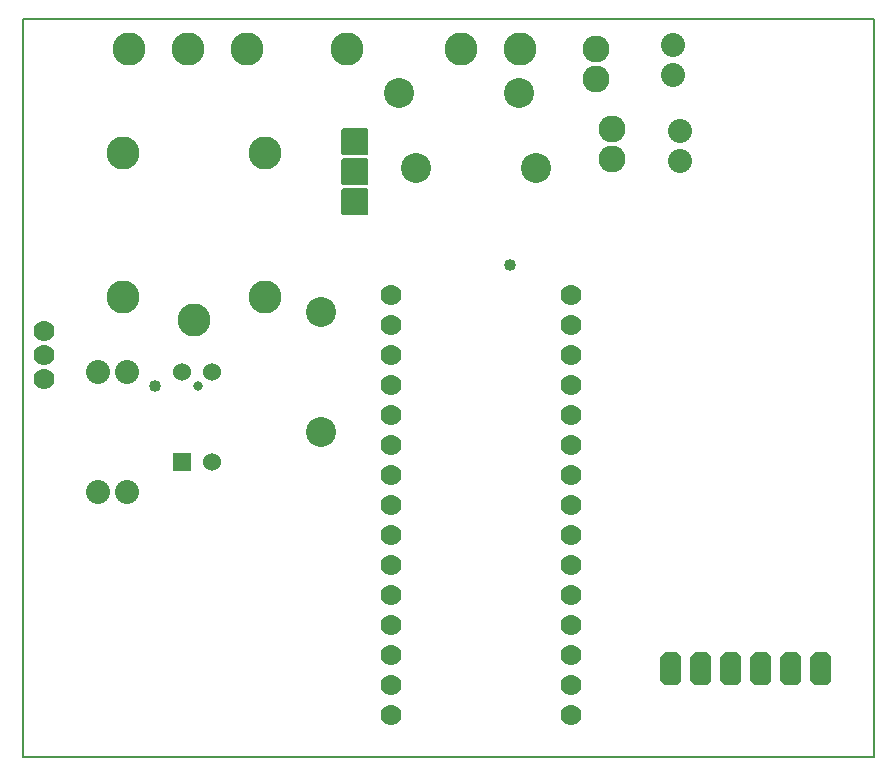
<source format=gbr>
G04 PROTEUS GERBER X2 FILE*
%TF.GenerationSoftware,Labcenter,Proteus,8.6-SP2-Build23525*%
%TF.CreationDate,2020-11-09T16:44:15+00:00*%
%TF.FileFunction,Soldermask,Bot*%
%TF.FilePolarity,Negative*%
%TF.Part,Single*%
%FSLAX45Y45*%
%MOMM*%
G01*
%TA.AperFunction,Material*%
%ADD30C,1.016000*%
%ADD31C,0.812800*%
%TA.AperFunction,Material*%
%ADD32C,1.778000*%
%AMPPAD027*
4,1,8,
0.509800,-1.397000,
-0.509800,-1.397000,
-0.889000,-1.017800,
-0.889000,1.017800,
-0.509800,1.397000,
0.509800,1.397000,
0.889000,1.017800,
0.889000,-1.017800,
0.509800,-1.397000,
0*%
%TA.AperFunction,Material*%
%ADD33PPAD027*%
%TA.AperFunction,Material*%
%ADD34C,2.794000*%
%AMPPAD029*
4,1,36,
-0.635000,0.762000,
0.635000,0.762000,
0.660970,0.759470,
0.684980,0.752200,
0.706580,0.740650,
0.725290,0.725290,
0.740650,0.706570,
0.752200,0.684980,
0.759470,0.660970,
0.762000,0.635000,
0.762000,-0.635000,
0.759470,-0.660970,
0.752200,-0.684980,
0.740650,-0.706570,
0.725290,-0.725290,
0.706580,-0.740650,
0.684980,-0.752200,
0.660970,-0.759470,
0.635000,-0.762000,
-0.635000,-0.762000,
-0.660970,-0.759470,
-0.684980,-0.752200,
-0.706580,-0.740650,
-0.725290,-0.725290,
-0.740650,-0.706570,
-0.752200,-0.684980,
-0.759470,-0.660970,
-0.762000,-0.635000,
-0.762000,0.635000,
-0.759470,0.660970,
-0.752200,0.684980,
-0.740650,0.706570,
-0.725290,0.725290,
-0.706580,0.740650,
-0.684980,0.752200,
-0.660970,0.759470,
-0.635000,0.762000,
0*%
%TA.AperFunction,Material*%
%ADD35PPAD029*%
%ADD36C,1.524000*%
%AMPPAD031*
4,1,36,
-1.143000,-1.016000,
-1.143000,1.016000,
-1.140470,1.041970,
-1.133200,1.065980,
-1.121650,1.087580,
-1.106290,1.106290,
-1.087570,1.121650,
-1.065980,1.133200,
-1.041970,1.140470,
-1.016000,1.143000,
1.016000,1.143000,
1.041970,1.140470,
1.065980,1.133200,
1.087570,1.121650,
1.106290,1.106290,
1.121650,1.087580,
1.133200,1.065980,
1.140470,1.041970,
1.143000,1.016000,
1.143000,-1.016000,
1.140470,-1.041970,
1.133200,-1.065980,
1.121650,-1.087580,
1.106290,-1.106290,
1.087570,-1.121650,
1.065980,-1.133200,
1.041970,-1.140470,
1.016000,-1.143000,
-1.016000,-1.143000,
-1.041970,-1.140470,
-1.065980,-1.133200,
-1.087570,-1.121650,
-1.106290,-1.106290,
-1.121650,-1.087580,
-1.133200,-1.065980,
-1.140470,-1.041970,
-1.143000,-1.016000,
0*%
%TA.AperFunction,Material*%
%ADD37PPAD031*%
%TA.AperFunction,Material*%
%ADD38C,2.540000*%
%ADD39C,2.032000*%
%ADD40C,2.286000*%
%TA.AperFunction,Profile*%
%ADD24C,0.203200*%
%TD.AperFunction*%
D30*
X+2873000Y+2167000D03*
D31*
X+234000Y+1143000D03*
D30*
X-127000Y+1143000D03*
D32*
X+1873000Y+1917000D03*
X+1873000Y+1663000D03*
X+1873000Y+1409000D03*
X+1873000Y+1155000D03*
X+1873000Y+901000D03*
X+1873000Y+647000D03*
X+1873000Y+393000D03*
X+1873000Y+139000D03*
X+1873000Y-115000D03*
X+1873000Y-369000D03*
X+1873000Y-623000D03*
X+1873000Y-877000D03*
X+1873000Y-1131000D03*
X+1873000Y-1385000D03*
X+1873000Y-1639000D03*
X+3397000Y-1639000D03*
X+3397000Y-1385000D03*
X+3397000Y-1131000D03*
X+3397000Y-877000D03*
X+3397000Y-623000D03*
X+3397000Y-369000D03*
X+3397000Y-115000D03*
X+3397000Y+139000D03*
X+3397000Y+393000D03*
X+3397000Y+647000D03*
X+3397000Y+901000D03*
X+3397000Y+1155000D03*
X+3397000Y+1409000D03*
X+3397000Y+1663000D03*
X+3397000Y+1917000D03*
D33*
X+5512000Y-1250000D03*
X+5258000Y-1250000D03*
X+5004000Y-1250000D03*
X+4750000Y-1250000D03*
X+4496000Y-1250000D03*
X+4242000Y-1250000D03*
D34*
X+2965000Y+4000000D03*
X-400000Y+1900000D03*
X+800000Y+1900000D03*
X+200000Y+1700000D03*
X-400000Y+3120000D03*
X+800000Y+3120000D03*
D35*
X+103000Y+504000D03*
D36*
X+357000Y+504000D03*
X+357000Y+1266000D03*
X+103000Y+1266000D03*
D34*
X+2465000Y+4000000D03*
X-350000Y+4000000D03*
X+150000Y+4000000D03*
X+650000Y+4000000D03*
D37*
X+1568000Y+2702000D03*
X+1568000Y+2956000D03*
X+1568000Y+3210000D03*
D32*
X-1072000Y+1612200D03*
X-1072000Y+1409000D03*
X-1072000Y+1205800D03*
D38*
X+1274000Y+1774000D03*
X+1274000Y+758000D03*
X+3100000Y+2985000D03*
X+2084000Y+2985000D03*
X+1933000Y+3623000D03*
X+2949000Y+3623000D03*
D34*
X+1500000Y+4000000D03*
D39*
X+4258000Y+4033000D03*
X+4258000Y+3779000D03*
D40*
X+3608000Y+3999000D03*
X+3608000Y+3745000D03*
X+3743000Y+3067000D03*
X+3743000Y+3321000D03*
D39*
X+4318000Y+3048000D03*
X+4318000Y+3302000D03*
X-369000Y+1262000D03*
X-369000Y+246000D03*
X-615000Y+1262000D03*
X-615000Y+246000D03*
D24*
X-1250000Y-2000000D02*
X+5960000Y-2000000D01*
X+5960000Y+4250000D01*
X-1250000Y+4250000D01*
X-1250000Y-2000000D01*
M02*

</source>
